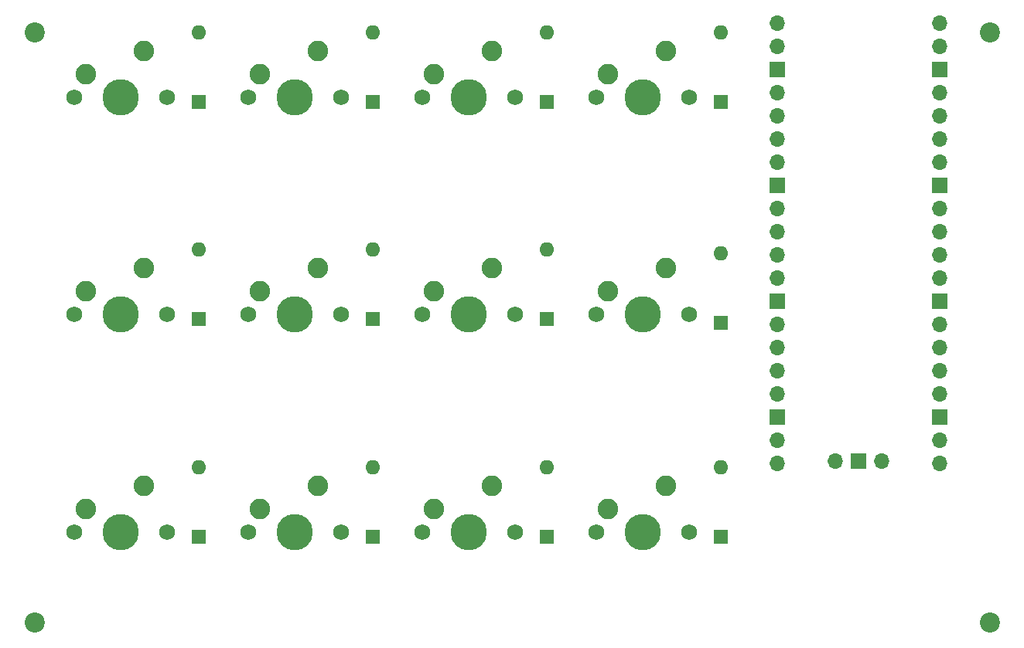
<source format=gbr>
G04 #@! TF.GenerationSoftware,KiCad,Pcbnew,(5.1.9)-1*
G04 #@! TF.CreationDate,2021-04-11T14:53:41+01:00*
G04 #@! TF.ProjectId,EnvMCRO,456e764d-4352-44f2-9e6b-696361645f70,rev?*
G04 #@! TF.SameCoordinates,Original*
G04 #@! TF.FileFunction,Soldermask,Bot*
G04 #@! TF.FilePolarity,Negative*
%FSLAX46Y46*%
G04 Gerber Fmt 4.6, Leading zero omitted, Abs format (unit mm)*
G04 Created by KiCad (PCBNEW (5.1.9)-1) date 2021-04-11 14:53:41*
%MOMM*%
%LPD*%
G01*
G04 APERTURE LIST*
%ADD10O,1.700000X1.700000*%
%ADD11R,1.700000X1.700000*%
%ADD12C,2.200000*%
%ADD13C,2.250000*%
%ADD14C,3.987800*%
%ADD15C,1.750000*%
%ADD16O,1.600000X1.600000*%
%ADD17R,1.600000X1.600000*%
G04 APERTURE END LIST*
D10*
X147210000Y-40270000D03*
X147210000Y-42810000D03*
D11*
X147210000Y-45350000D03*
D10*
X147210000Y-47890000D03*
X147210000Y-50430000D03*
X147210000Y-52970000D03*
X147210000Y-55510000D03*
D11*
X147210000Y-58050000D03*
D10*
X147210000Y-60590000D03*
X147210000Y-63130000D03*
X147210000Y-65670000D03*
X147210000Y-68210000D03*
D11*
X147210000Y-70750000D03*
D10*
X147210000Y-73290000D03*
X147210000Y-75830000D03*
X147210000Y-78370000D03*
X147210000Y-80910000D03*
D11*
X147210000Y-83450000D03*
D10*
X147210000Y-85990000D03*
X147210000Y-88530000D03*
X164990000Y-88530000D03*
X164990000Y-85990000D03*
D11*
X164990000Y-83450000D03*
D10*
X164990000Y-80910000D03*
X164990000Y-78370000D03*
X164990000Y-75830000D03*
X164990000Y-73290000D03*
D11*
X164990000Y-70750000D03*
D10*
X164990000Y-68210000D03*
X164990000Y-65670000D03*
X164990000Y-63130000D03*
X164990000Y-60590000D03*
D11*
X164990000Y-58050000D03*
D10*
X164990000Y-55510000D03*
X164990000Y-52970000D03*
X164990000Y-50430000D03*
X164990000Y-47890000D03*
D11*
X164990000Y-45350000D03*
D10*
X164990000Y-42810000D03*
X164990000Y-40270000D03*
X153560000Y-88300000D03*
D11*
X156100000Y-88300000D03*
D10*
X158640000Y-88300000D03*
D12*
X170500000Y-106000000D03*
X65900000Y-41300000D03*
X65900000Y-106000000D03*
X170500000Y-41300000D03*
D13*
X115975000Y-43355000D03*
D14*
X113435000Y-48435000D03*
D13*
X109625000Y-45895000D03*
D15*
X108355000Y-48435000D03*
X118515000Y-48435000D03*
D13*
X77875000Y-43355000D03*
D14*
X75335000Y-48435000D03*
D13*
X71525000Y-45895000D03*
D15*
X70255000Y-48435000D03*
X80415000Y-48435000D03*
D16*
X141010000Y-88940000D03*
D17*
X141010000Y-96560000D03*
D16*
X121960000Y-88940000D03*
D17*
X121960000Y-96560000D03*
D16*
X102910000Y-88940000D03*
D17*
X102910000Y-96560000D03*
D16*
X83860000Y-88940000D03*
D17*
X83860000Y-96560000D03*
D16*
X141010000Y-65527500D03*
D17*
X141010000Y-73147500D03*
D16*
X121960000Y-65127500D03*
D17*
X121960000Y-72747500D03*
D16*
X102910000Y-65127500D03*
D17*
X102910000Y-72747500D03*
D16*
X83860000Y-65127500D03*
D17*
X83860000Y-72747500D03*
D16*
X141010000Y-41315000D03*
D17*
X141010000Y-48935000D03*
D16*
X121960000Y-41315000D03*
D17*
X121960000Y-48935000D03*
D16*
X102910000Y-41315000D03*
D17*
X102910000Y-48935000D03*
D16*
X83860000Y-41315000D03*
D17*
X83860000Y-48935000D03*
D13*
X135025000Y-90980000D03*
D14*
X132485000Y-96060000D03*
D13*
X128675000Y-93520000D03*
D15*
X127405000Y-96060000D03*
X137565000Y-96060000D03*
D13*
X115975000Y-90980000D03*
D14*
X113435000Y-96060000D03*
D13*
X109625000Y-93520000D03*
D15*
X108355000Y-96060000D03*
X118515000Y-96060000D03*
D13*
X96925000Y-90980000D03*
D14*
X94385000Y-96060000D03*
D13*
X90575000Y-93520000D03*
D15*
X89305000Y-96060000D03*
X99465000Y-96060000D03*
D13*
X77875000Y-90980000D03*
D14*
X75335000Y-96060000D03*
D13*
X71525000Y-93520000D03*
D15*
X70255000Y-96060000D03*
X80415000Y-96060000D03*
D13*
X135025000Y-67167500D03*
D14*
X132485000Y-72247500D03*
D13*
X128675000Y-69707500D03*
D15*
X127405000Y-72247500D03*
X137565000Y-72247500D03*
D13*
X115975000Y-67167500D03*
D14*
X113435000Y-72247500D03*
D13*
X109625000Y-69707500D03*
D15*
X108355000Y-72247500D03*
X118515000Y-72247500D03*
D13*
X96925000Y-67167500D03*
D14*
X94385000Y-72247500D03*
D13*
X90575000Y-69707500D03*
D15*
X89305000Y-72247500D03*
X99465000Y-72247500D03*
D13*
X77875000Y-67167500D03*
D14*
X75335000Y-72247500D03*
D13*
X71525000Y-69707500D03*
D15*
X70255000Y-72247500D03*
X80415000Y-72247500D03*
D13*
X135025000Y-43355000D03*
D14*
X132485000Y-48435000D03*
D13*
X128675000Y-45895000D03*
D15*
X127405000Y-48435000D03*
X137565000Y-48435000D03*
D13*
X96925000Y-43355000D03*
D14*
X94385000Y-48435000D03*
D13*
X90575000Y-45895000D03*
D15*
X89305000Y-48435000D03*
X99465000Y-48435000D03*
M02*

</source>
